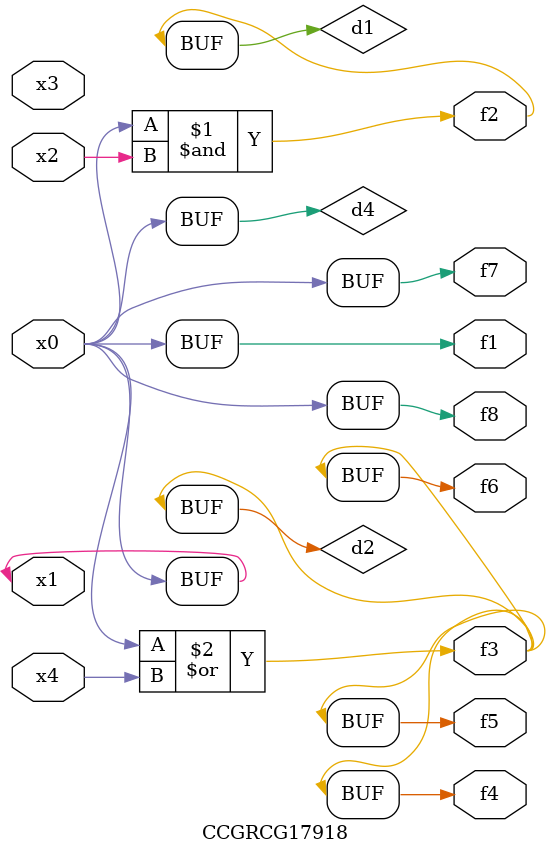
<source format=v>
module CCGRCG17918(
	input x0, x1, x2, x3, x4,
	output f1, f2, f3, f4, f5, f6, f7, f8
);

	wire d1, d2, d3, d4;

	and (d1, x0, x2);
	or (d2, x0, x4);
	nand (d3, x0, x2);
	buf (d4, x0, x1);
	assign f1 = d4;
	assign f2 = d1;
	assign f3 = d2;
	assign f4 = d2;
	assign f5 = d2;
	assign f6 = d2;
	assign f7 = d4;
	assign f8 = d4;
endmodule

</source>
